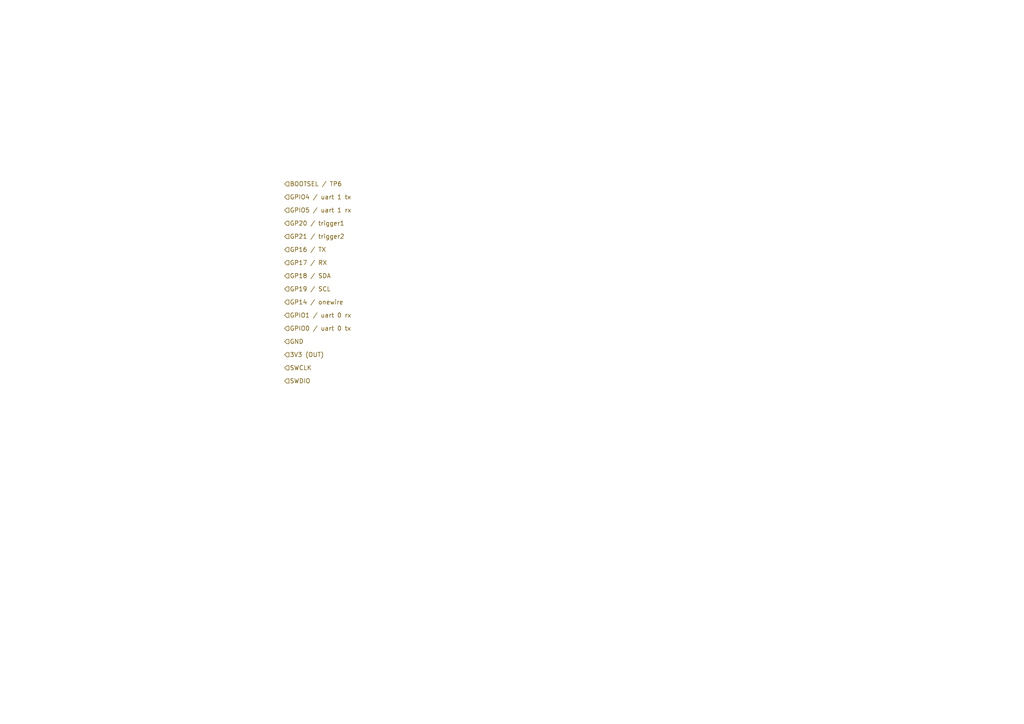
<source format=kicad_sch>
(kicad_sch
	(version 20231120)
	(generator "eeschema")
	(generator_version "8.0")
	(uuid "db8a53cf-8ef2-4165-badc-ac5c3dcdfbad")
	(paper "A4")
	(title_block
		(date "2024-07-16")
		(company "Hans Märki, Märki Informatik")
		(comment 1 "The MIT License (MIT)")
	)
	(lib_symbols)
	(hierarchical_label "GPIO1 {slash} uart 0 rx"
		(shape input)
		(at 82.55 91.44 0)
		(effects
			(font
				(size 1.27 1.27)
			)
			(justify left)
		)
		(uuid "034779d9-29a6-449b-ab28-2cff69e21304")
	)
	(hierarchical_label "GND"
		(shape input)
		(at 82.55 99.06 0)
		(effects
			(font
				(size 1.27 1.27)
			)
			(justify left)
		)
		(uuid "06ab8b17-c692-402f-9380-e576860b1a63")
	)
	(hierarchical_label "GP20 {slash} trigger1"
		(shape input)
		(at 82.55 64.77 0)
		(effects
			(font
				(size 1.27 1.27)
			)
			(justify left)
		)
		(uuid "376f06aa-459c-4b76-b7d5-c0d1aad2d41d")
	)
	(hierarchical_label "GP19 {slash} SCL"
		(shape input)
		(at 82.55 83.82 0)
		(effects
			(font
				(size 1.27 1.27)
			)
			(justify left)
		)
		(uuid "38b44045-9cf7-4540-a856-7795a52e1042")
	)
	(hierarchical_label "GPIO0 {slash} uart 0 tx"
		(shape input)
		(at 82.55 95.25 0)
		(effects
			(font
				(size 1.27 1.27)
			)
			(justify left)
		)
		(uuid "49e33acb-69ea-4b30-92fe-4b9d4adaa2a7")
	)
	(hierarchical_label "GP14 {slash} onewire"
		(shape input)
		(at 82.55 87.63 0)
		(effects
			(font
				(size 1.27 1.27)
			)
			(justify left)
		)
		(uuid "5b54f01c-d3ad-489b-b65b-e5a8e319f019")
	)
	(hierarchical_label "GPIO4 {slash} uart 1 tx"
		(shape input)
		(at 82.55 57.15 0)
		(effects
			(font
				(size 1.27 1.27)
			)
			(justify left)
		)
		(uuid "691b9e55-07b7-4e1e-bc66-57d80ce73686")
	)
	(hierarchical_label "3V3 (OUT)"
		(shape input)
		(at 82.55 102.87 0)
		(effects
			(font
				(size 1.27 1.27)
			)
			(justify left)
		)
		(uuid "85cf7f51-bcfb-4268-9648-7e935299bf29")
	)
	(hierarchical_label "SWDIO"
		(shape input)
		(at 82.55 110.49 0)
		(effects
			(font
				(size 1.27 1.27)
			)
			(justify left)
		)
		(uuid "95c00dfa-7e32-45df-ba7b-a89eff6a07bf")
	)
	(hierarchical_label "GP18 {slash} SDA"
		(shape input)
		(at 82.55 80.01 0)
		(effects
			(font
				(size 1.27 1.27)
			)
			(justify left)
		)
		(uuid "9d5ee2c7-4ae0-4d2a-bd14-9e2e542724e0")
	)
	(hierarchical_label "GP17 {slash} RX"
		(shape input)
		(at 82.55 76.2 0)
		(effects
			(font
				(size 1.27 1.27)
			)
			(justify left)
		)
		(uuid "9da07429-e842-44c7-959f-0f9c56ebf76d")
	)
	(hierarchical_label "SWCLK"
		(shape input)
		(at 82.55 106.68 0)
		(effects
			(font
				(size 1.27 1.27)
			)
			(justify left)
		)
		(uuid "aed7c310-5dd3-417a-b939-425f03ff5cb5")
	)
	(hierarchical_label "GPIO5 {slash} uart 1 rx"
		(shape input)
		(at 82.55 60.96 0)
		(effects
			(font
				(size 1.27 1.27)
			)
			(justify left)
		)
		(uuid "afe84ef5-0a67-40cc-851a-d0ac05ebfc6b")
	)
	(hierarchical_label "BOOTSEL {slash} TP6"
		(shape input)
		(at 82.55 53.34 0)
		(effects
			(font
				(size 1.27 1.27)
			)
			(justify left)
		)
		(uuid "b3b4b5cf-022a-4c23-acd9-10947a887f7f")
	)
	(hierarchical_label "GP21 {slash} trigger2"
		(shape input)
		(at 82.55 68.58 0)
		(effects
			(font
				(size 1.27 1.27)
			)
			(justify left)
		)
		(uuid "b47cb48e-ebe0-4a5d-b539-2e8214688fdd")
	)
	(hierarchical_label "GP16 {slash} TX"
		(shape input)
		(at 82.55 72.39 0)
		(effects
			(font
				(size 1.27 1.27)
			)
			(justify left)
		)
		(uuid "db03bc4a-1063-4429-a97e-f328c3667bc3")
	)
)

</source>
